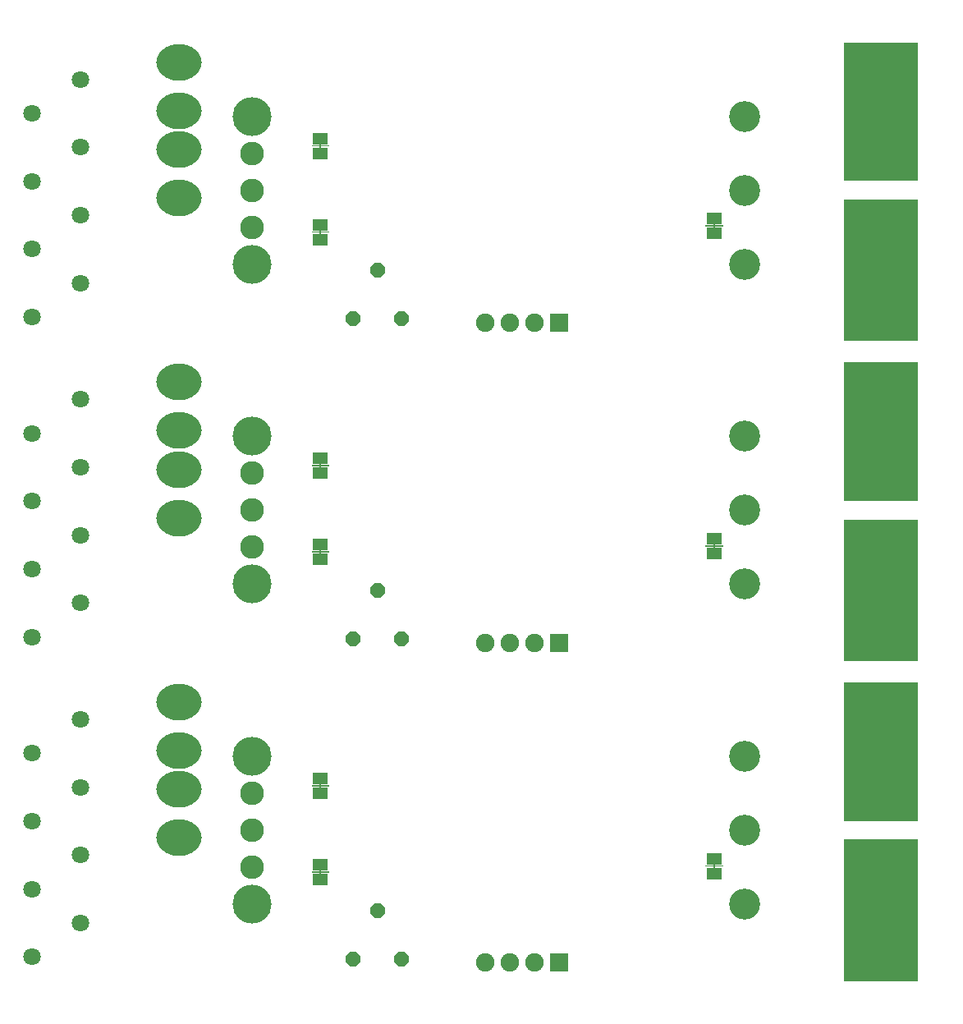
<source format=gts>
G04 DipTrace 3.2.0.1*
G04 TopMask.GTS*
%MOIN*%
G04 #@! TF.FileFunction,Soldermask,Top*
G04 #@! TF.Part,Single*
%AMOUTLINE0*
4,1,8,
0.030488,-0.012629,
0.012629,-0.030488,
-0.012629,-0.030488,
-0.030488,-0.012629,
-0.030488,0.012629,
-0.012629,0.030488,
0.012629,0.030488,
0.030488,0.012629,
0.030488,-0.012629,
0*%
%AMOUTLINE2*
4,1,20,
0.0,0.074835,
0.028382,0.071238,
0.054082,0.060763,
0.074635,0.04432,
0.087965,0.02339,
0.092596,0.0,
0.087965,-0.02339,
0.074635,-0.04432,
0.054082,-0.060763,
0.028382,-0.071238,
0.0,-0.074835,
-0.028382,-0.071238,
-0.054082,-0.060763,
-0.074635,-0.04432,
-0.087965,-0.02339,
-0.092596,0.0,
-0.087965,0.02339,
-0.074635,0.04432,
-0.054082,0.060763,
-0.028382,0.071238,
0.0,0.074835,
0*%
%ADD26R,0.063X0.046*%
%ADD27R,0.008X0.025*%
%ADD43C,0.070866*%
%ADD45C,0.157874*%
%ADD47C,0.096457*%
%ADD49C,0.125984*%
%ADD51C,0.244094*%
%ADD53C,0.074803*%
%ADD55R,0.074803X0.074803*%
%ADD65OUTLINE0*%
%ADD67OUTLINE2*%
%FSLAX26Y26*%
G04*
G70*
G90*
G75*
G01*
G04 TopMask*
%LPD*%
D55*
X2416240Y118749D3*
D53*
X2316240D3*
X2216240D3*
X2116240D3*
D51*
X3722490Y1131251D3*
Y831251D3*
Y468749D3*
Y168749D3*
D49*
X3169980Y956251D3*
Y656251D3*
Y356251D3*
D47*
X1169980Y656251D3*
Y506251D3*
Y806251D3*
D45*
Y956251D3*
Y356251D3*
D43*
X472490Y1106249D3*
X275640Y968454D3*
X472490Y830659D3*
X275640Y692864D3*
X472490Y555068D3*
X275640Y417273D3*
X472490Y279478D3*
X275640Y141682D3*
G36*
X1484720Y833246D2*
X1412720D1*
Y839252D1*
X1484720D1*
Y833246D1*
G37*
D26*
X1448720Y806249D3*
Y866249D3*
D27*
Y836249D3*
G36*
X1484720Y483248D2*
X1412720D1*
Y489254D1*
X1484720D1*
Y483248D1*
G37*
D26*
X1448720Y456251D3*
Y516251D3*
D27*
Y486251D3*
G36*
X3083490Y508248D2*
X3011490D1*
Y514254D1*
X3083490D1*
Y508248D1*
G37*
D26*
X3047490Y481251D3*
Y541251D3*
D27*
Y511251D3*
D65*
X1678740Y331251D3*
X1777165Y134400D3*
X1580315D3*
D67*
X872490Y625000D3*
Y821850D3*
Y979331D3*
Y1176181D3*
G36*
X3572490Y618751D2*
X3872490D1*
Y43749D1*
X3572490D1*
Y618751D1*
G37*
G36*
Y1256251D2*
X3872490D1*
Y693749D1*
X3572490D1*
Y1256251D1*
G37*
D55*
X2416240Y1417962D3*
D53*
X2316240D3*
X2216240D3*
X2116240D3*
D51*
X3722490Y2430463D3*
Y2130463D3*
Y1767962D3*
Y1467962D3*
D49*
X3169980Y2255463D3*
Y1955463D3*
Y1655463D3*
D47*
X1169980Y1955463D3*
Y1805463D3*
Y2105463D3*
D45*
Y2255463D3*
Y1655463D3*
D43*
X472490Y2405462D3*
X275640Y2267667D3*
X472490Y2129871D3*
X275640Y1992076D3*
X472490Y1854281D3*
X275640Y1716486D3*
X472490Y1578690D3*
X275640Y1440895D3*
G36*
X1484720Y2132459D2*
X1412720D1*
Y2138465D1*
X1484720D1*
Y2132459D1*
G37*
D26*
X1448720Y2105462D3*
Y2165462D3*
D27*
Y2135462D3*
G36*
X1484720Y1782460D2*
X1412720D1*
Y1788466D1*
X1484720D1*
Y1782460D1*
G37*
D26*
X1448720Y1755463D3*
Y1815463D3*
D27*
Y1785463D3*
G36*
X3083490Y1807460D2*
X3011490D1*
Y1813466D1*
X3083490D1*
Y1807460D1*
G37*
D26*
X3047490Y1780463D3*
Y1840463D3*
D27*
Y1810463D3*
D65*
X1678740Y1630463D3*
X1777165Y1433613D3*
X1580315D3*
D67*
X872490Y1924213D3*
Y2121063D3*
Y2278543D3*
Y2475394D3*
G36*
X3572490Y1917963D2*
X3872490D1*
Y1342962D1*
X3572490D1*
Y1917963D1*
G37*
G36*
Y2555463D2*
X3872490D1*
Y1992962D1*
X3572490D1*
Y2555463D1*
G37*
D55*
X2416240Y2717175D3*
D53*
X2316240D3*
X2216240D3*
X2116240D3*
D51*
X3722490Y3729676D3*
Y3429676D3*
Y3067175D3*
Y2767175D3*
D49*
X3169980Y3554676D3*
Y3254676D3*
Y2954676D3*
D47*
X1169980Y3254676D3*
Y3104676D3*
Y3404676D3*
D45*
Y3554676D3*
Y2954676D3*
D43*
X472490Y3704675D3*
X275640Y3566879D3*
X472490Y3429084D3*
X275640Y3291289D3*
X472490Y3153493D3*
X275640Y3015698D3*
X472490Y2877903D3*
X275640Y2740108D3*
G36*
X1484720Y3431672D2*
X1412720D1*
Y3437678D1*
X1484720D1*
Y3431672D1*
G37*
D26*
X1448720Y3404675D3*
Y3464675D3*
D27*
Y3434675D3*
G36*
X1484720Y3081673D2*
X1412720D1*
Y3087679D1*
X1484720D1*
Y3081673D1*
G37*
D26*
X1448720Y3054676D3*
Y3114676D3*
D27*
Y3084676D3*
G36*
X3083490Y3106673D2*
X3011490D1*
Y3112679D1*
X3083490D1*
Y3106673D1*
G37*
D26*
X3047490Y3079676D3*
Y3139676D3*
D27*
Y3109676D3*
D65*
X1678740Y2929676D3*
X1777165Y2732825D3*
X1580315D3*
D67*
X872490Y3223425D3*
Y3420276D3*
Y3577756D3*
Y3774606D3*
G36*
X3572490Y3217176D2*
X3872490D1*
Y2642175D1*
X3572490D1*
Y3217176D1*
G37*
G36*
Y3854676D2*
X3872490D1*
Y3292175D1*
X3572490D1*
Y3854676D1*
G37*
M02*

</source>
